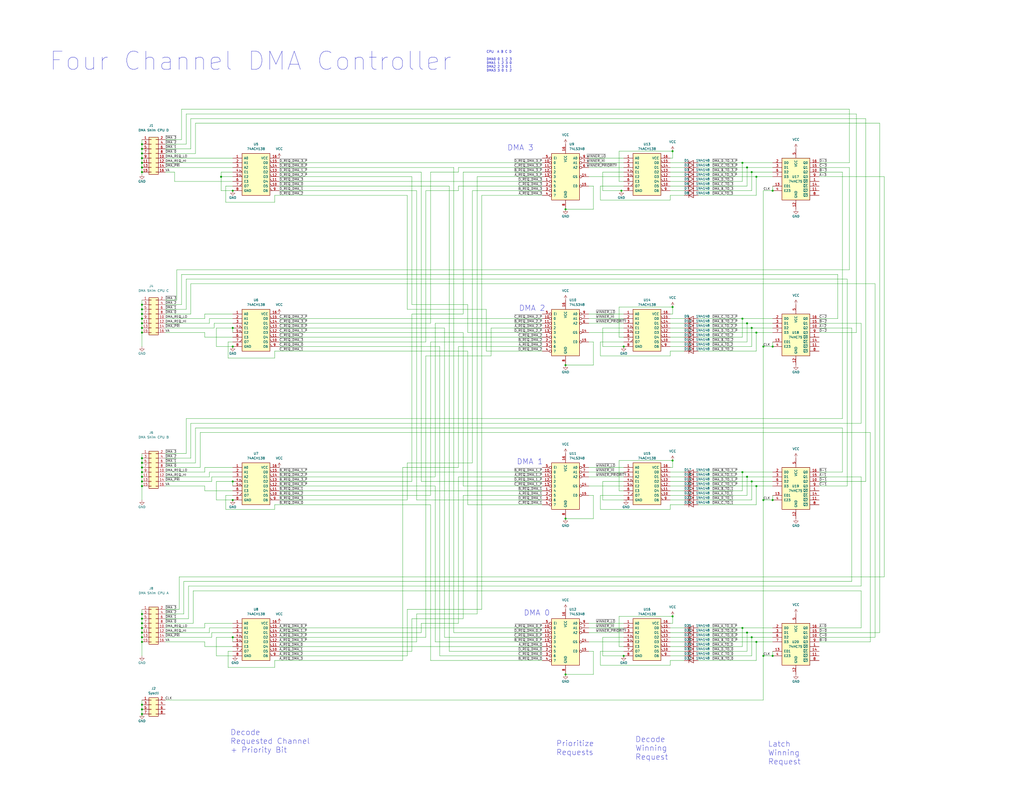
<source format=kicad_sch>
(kicad_sch (version 20230121) (generator eeschema)
  (paper "C")
  (junction (at 77.47 257.81))
  (junction (at 127 262.89))
  (junction (at 77.47 176.53))
  (junction (at 308.61 199.39))
  (junction (at 77.47 337.82))
  (junction (at 416.56 189.23))
  (junction (at 405.13 88.9))
  (junction (at 77.47 83.82))
  (junction (at 410.21 347.98))
  (junction (at 407.67 176.53))
  (junction (at 421.64 104.14))
  (junction (at 77.47 173.99))
  (junction (at 77.47 86.36))
  (junction (at 77.47 345.44))
  (junction (at 127 189.23))
  (junction (at 127 273.05))
  (junction (at 367.03 82.55))
  (junction (at 340.36 358.14))
  (junction (at 77.47 88.9))
  (junction (at 127 179.07))
  (junction (at 410.21 179.07))
  (junction (at 77.47 384.81))
  (junction (at 407.67 91.44))
  (junction (at 77.47 181.61))
  (junction (at 405.13 342.9))
  (junction (at 410.21 93.98))
  (junction (at 120.65 96.52))
  (junction (at 127 347.98))
  (junction (at 77.47 335.28))
  (junction (at 416.56 273.05))
  (junction (at 77.47 81.28))
  (junction (at 77.47 78.74))
  (junction (at 77.47 255.27))
  (junction (at 77.47 166.37))
  (junction (at 367.03 336.55))
  (junction (at 77.47 93.98))
  (junction (at 308.61 283.21))
  (junction (at 77.47 389.89))
  (junction (at 412.75 181.61))
  (junction (at 77.47 171.45))
  (junction (at 77.47 250.19))
  (junction (at 77.47 347.98))
  (junction (at 421.64 358.14))
  (junction (at 77.47 265.43))
  (junction (at 77.47 342.9))
  (junction (at 412.75 265.43))
  (junction (at 127 104.14))
  (junction (at 77.47 168.91))
  (junction (at 340.36 189.23))
  (junction (at 412.75 96.52))
  (junction (at 77.47 91.44))
  (junction (at 410.21 262.89))
  (junction (at 77.47 262.89))
  (junction (at 412.75 350.52))
  (junction (at 308.61 114.3))
  (junction (at 416.56 358.14))
  (junction (at 77.47 350.52))
  (junction (at 405.13 173.99))
  (junction (at 77.47 179.07))
  (junction (at 308.61 368.3))
  (junction (at 367.03 251.46))
  (junction (at 421.64 273.05))
  (junction (at 77.47 252.73))
  (junction (at 405.13 257.81))
  (junction (at 367.03 167.64))
  (junction (at 77.47 387.35))
  (junction (at 407.67 345.44))
  (junction (at 77.47 260.35))
  (junction (at 407.67 260.35))
  (junction (at 77.47 340.36))
  (junction (at 339.09 104.14))
  (junction (at 421.64 189.23))
  (wire (pts (xy 262.89 106.68) (xy 295.91 106.68)))
  (wire (pts (xy 90.17 335.28) (xy 100.33 335.28)))
  (wire (pts (xy 447.04 176.53) (xy 469.9 176.53)))
  (wire (pts (xy 101.6 247.65) (xy 101.6 228.6)))
  (wire (pts (xy 365.76 93.98) (xy 373.38 93.98)))
  (wire (pts (xy 250.19 260.35) (xy 250.19 340.36)))
  (wire (pts (xy 321.31 91.44) (xy 340.36 91.44)))
  (wire (pts (xy 114.3 257.81) (xy 114.3 260.35)))
  (wire (pts (xy 328.93 273.05) (xy 340.36 273.05)))
  (wire (pts (xy 416.56 189.23) (xy 416.56 104.14)))
  (wire (pts (xy 464.82 317.5) (xy 464.82 179.07)))
  (wire (pts (xy 405.13 353.06) (xy 405.13 342.9)))
  (wire (pts (xy 127 342.9) (xy 114.3 342.9)))
  (wire (pts (xy 234.95 176.53) (xy 234.95 93.98)))
  (wire (pts (xy 321.31 88.9) (xy 340.36 88.9)))
  (wire (pts (xy 229.87 340.36) (xy 229.87 345.44)))
  (wire (pts (xy 95.25 93.98) (xy 95.25 99.06)))
  (wire (pts (xy 340.36 355.6) (xy 327.66 355.6)))
  (wire (pts (xy 365.76 106.68) (xy 365.76 109.22)))
  (wire (pts (xy 447.04 91.44) (xy 463.55 91.44)))
  (wire (pts (xy 77.47 335.28) (xy 77.47 337.82)))
  (wire (pts (xy 111.76 257.81) (xy 111.76 255.27)))
  (wire (pts (xy 252.73 265.43) (xy 295.91 265.43)))
  (wire (pts (xy 77.47 262.89) (xy 77.47 265.43)))
  (wire (pts (xy 234.95 186.69) (xy 295.91 186.69)))
  (wire (pts (xy 77.47 247.65) (xy 77.47 250.19)))
  (wire (pts (xy 77.47 83.82) (xy 77.47 86.36)))
  (wire (pts (xy 323.85 186.69) (xy 323.85 199.39)))
  (wire (pts (xy 337.82 267.97) (xy 337.82 251.46)))
  (wire (pts (xy 118.11 262.89) (xy 118.11 273.05)))
  (wire (pts (xy 328.93 189.23) (xy 340.36 189.23)))
  (wire (pts (xy 381 106.68) (xy 412.75 106.68)))
  (wire (pts (xy 381 350.52) (xy 412.75 350.52)))
  (wire (pts (xy 323.85 270.51) (xy 323.85 283.21)))
  (wire (pts (xy 367.03 255.27) (xy 365.76 255.27)))
  (wire (pts (xy 97.79 332.74) (xy 97.79 314.96)))
  (wire (pts (xy 327.66 355.6) (xy 327.66 363.22)))
  (wire (pts (xy 412.75 96.52) (xy 421.64 96.52)))
  (wire (pts (xy 152.4 88.9) (xy 295.91 88.9)))
  (wire (pts (xy 365.76 353.06) (xy 373.38 353.06)))
  (wire (pts (xy 323.85 114.3) (xy 308.61 114.3)))
  (wire (pts (xy 463.55 88.9) (xy 463.55 59.69)))
  (wire (pts (xy 459.74 93.98) (xy 447.04 93.98)))
  (wire (pts (xy 77.47 81.28) (xy 77.47 83.82)))
  (wire (pts (xy 447.04 342.9) (xy 469.9 342.9)))
  (wire (pts (xy 102.87 337.82) (xy 90.17 337.82)))
  (wire (pts (xy 152.4 350.52) (xy 227.33 350.52)))
  (wire (pts (xy 365.76 342.9) (xy 373.38 342.9)))
  (wire (pts (xy 327.66 278.13) (xy 365.76 278.13)))
  (wire (pts (xy 381 360.68) (xy 412.75 360.68)))
  (wire (pts (xy 152.4 273.05) (xy 222.25 273.05)))
  (wire (pts (xy 114.3 342.9) (xy 114.3 345.44)))
  (wire (pts (xy 123.19 270.51) (xy 127 270.51)))
  (wire (pts (xy 222.25 332.74) (xy 262.89 332.74)))
  (wire (pts (xy 114.3 345.44) (xy 90.17 345.44)))
  (wire (pts (xy 152.4 104.14) (xy 227.33 104.14)))
  (wire (pts (xy 237.49 350.52) (xy 295.91 350.52)))
  (wire (pts (xy 323.85 368.3) (xy 308.61 368.3)))
  (wire (pts (xy 340.36 101.6) (xy 327.66 101.6)))
  (wire (pts (xy 340.36 179.07) (xy 328.93 179.07)))
  (wire (pts (xy 77.47 78.74) (xy 77.47 81.28)))
  (wire (pts (xy 77.47 345.44) (xy 77.47 347.98)))
  (wire (pts (xy 252.73 337.82) (xy 252.73 270.51)))
  (wire (pts (xy 152.4 189.23) (xy 240.03 189.23)))
  (wire (pts (xy 111.76 181.61) (xy 90.17 181.61)))
  (wire (pts (xy 115.57 345.44) (xy 127 345.44)))
  (wire (pts (xy 127 179.07) (xy 127 181.61)))
  (wire (pts (xy 124.46 364.49) (xy 149.86 364.49)))
  (wire (pts (xy 412.75 191.77) (xy 412.75 181.61)))
  (wire (pts (xy 367.03 82.55) (xy 367.03 86.36)))
  (wire (pts (xy 321.31 255.27) (xy 340.36 255.27)))
  (wire (pts (xy 381 353.06) (xy 405.13 353.06)))
  (wire (pts (xy 365.76 186.69) (xy 373.38 186.69)))
  (wire (pts (xy 152.4 262.89) (xy 224.79 262.89)))
  (wire (pts (xy 480.06 67.31) (xy 106.68 67.31)))
  (wire (pts (xy 90.17 163.83) (xy 96.52 163.83)))
  (wire (pts (xy 99.06 59.69) (xy 463.55 59.69)))
  (wire (pts (xy 405.13 99.06) (xy 405.13 88.9)))
  (wire (pts (xy 227.33 335.28) (xy 260.35 335.28)))
  (wire (pts (xy 124.46 355.6) (xy 124.46 364.49)))
  (wire (pts (xy 416.56 104.14) (xy 421.64 104.14)))
  (wire (pts (xy 381 96.52) (xy 412.75 96.52)))
  (wire (pts (xy 245.11 101.6) (xy 245.11 355.6)))
  (wire (pts (xy 90.17 88.9) (xy 127 88.9)))
  (wire (pts (xy 104.14 64.77) (xy 104.14 81.28)))
  (wire (pts (xy 410.21 104.14) (xy 410.21 93.98)))
  (wire (pts (xy 101.6 228.6) (xy 459.74 228.6)))
  (wire (pts (xy 327.66 363.22) (xy 365.76 363.22)))
  (wire (pts (xy 447.04 88.9) (xy 463.55 88.9)))
  (wire (pts (xy 237.49 265.43) (xy 237.49 350.52)))
  (wire (pts (xy 114.3 173.99) (xy 114.3 176.53)))
  (wire (pts (xy 410.21 179.07) (xy 421.64 179.07)))
  (wire (pts (xy 367.03 340.36) (xy 365.76 340.36)))
  (wire (pts (xy 381 184.15) (xy 405.13 184.15)))
  (wire (pts (xy 328.93 347.98) (xy 328.93 358.14)))
  (wire (pts (xy 97.79 314.96) (xy 482.6 314.96)))
  (wire (pts (xy 472.44 64.77) (xy 472.44 262.89)))
  (wire (pts (xy 234.95 93.98) (xy 250.19 93.98)))
  (wire (pts (xy 337.82 99.06) (xy 337.82 82.55)))
  (wire (pts (xy 149.86 195.58) (xy 149.86 191.77)))
  (wire (pts (xy 90.17 81.28) (xy 104.14 81.28)))
  (wire (pts (xy 365.76 267.97) (xy 373.38 267.97)))
  (wire (pts (xy 242.57 179.07) (xy 242.57 347.98)))
  (wire (pts (xy 77.47 181.61) (xy 77.47 189.23)))
  (wire (pts (xy 90.17 83.82) (xy 106.68 83.82)))
  (wire (pts (xy 474.98 236.22) (xy 109.22 236.22)))
  (wire (pts (xy 77.47 176.53) (xy 77.47 179.07)))
  (wire (pts (xy 77.47 389.89) (xy 77.47 391.16)))
  (wire (pts (xy 381 257.81) (xy 405.13 257.81)))
  (wire (pts (xy 365.76 360.68) (xy 365.76 363.22)))
  (wire (pts (xy 327.66 186.69) (xy 327.66 194.31)))
  (wire (pts (xy 339.09 104.14) (xy 340.36 104.14)))
  (wire (pts (xy 480.06 345.44) (xy 480.06 67.31)))
  (wire (pts (xy 407.67 186.69) (xy 407.67 176.53)))
  (wire (pts (xy 477.52 154.94) (xy 104.14 154.94)))
  (wire (pts (xy 295.91 104.14) (xy 257.81 104.14)))
  (wire (pts (xy 111.76 340.36) (xy 127 340.36)))
  (wire (pts (xy 111.76 350.52) (xy 111.76 353.06)))
  (wire (pts (xy 416.56 273.05) (xy 421.64 273.05)))
  (wire (pts (xy 90.17 342.9) (xy 111.76 342.9)))
  (wire (pts (xy 123.19 101.6) (xy 127 101.6)))
  (wire (pts (xy 367.03 171.45) (xy 365.76 171.45)))
  (wire (pts (xy 381 176.53) (xy 407.67 176.53)))
  (wire (pts (xy 457.2 149.86) (xy 457.2 173.99)))
  (wire (pts (xy 127 347.98) (xy 118.11 347.98)))
  (wire (pts (xy 365.76 260.35) (xy 373.38 260.35)))
  (wire (pts (xy 321.31 265.43) (xy 340.36 265.43)))
  (wire (pts (xy 365.76 99.06) (xy 373.38 99.06)))
  (wire (pts (xy 340.36 186.69) (xy 327.66 186.69)))
  (wire (pts (xy 412.75 106.68) (xy 412.75 96.52)))
  (wire (pts (xy 447.04 262.89) (xy 472.44 262.89)))
  (wire (pts (xy 115.57 262.89) (xy 90.17 262.89)))
  (wire (pts (xy 405.13 184.15) (xy 405.13 173.99)))
  (wire (pts (xy 337.82 353.06) (xy 337.82 336.55)))
  (wire (pts (xy 337.82 336.55) (xy 367.03 336.55)))
  (wire (pts (xy 115.57 260.35) (xy 115.57 262.89)))
  (wire (pts (xy 381 104.14) (xy 410.21 104.14)))
  (wire (pts (xy 365.76 189.23) (xy 373.38 189.23)))
  (wire (pts (xy 407.67 345.44) (xy 421.64 345.44)))
  (wire (pts (xy 323.85 355.6) (xy 323.85 368.3)))
  (wire (pts (xy 365.76 347.98) (xy 373.38 347.98)))
  (wire (pts (xy 337.82 184.15) (xy 337.82 167.64)))
  (wire (pts (xy 124.46 355.6) (xy 127 355.6)))
  (wire (pts (xy 459.74 233.68) (xy 459.74 257.81)))
  (wire (pts (xy 224.79 166.37) (xy 255.27 166.37)))
  (wire (pts (xy 367.03 336.55) (xy 367.03 340.36)))
  (wire (pts (xy 127 173.99) (xy 114.3 173.99)))
  (wire (pts (xy 295.91 189.23) (xy 250.19 189.23)))
  (wire (pts (xy 381 273.05) (xy 410.21 273.05)))
  (wire (pts (xy 118.11 179.07) (xy 118.11 189.23)))
  (wire (pts (xy 240.03 189.23) (xy 240.03 358.14)))
  (wire (pts (xy 77.47 265.43) (xy 77.47 273.05)))
  (wire (pts (xy 416.56 358.14) (xy 421.64 358.14)))
  (wire (pts (xy 114.3 176.53) (xy 90.17 176.53)))
  (wire (pts (xy 447.04 265.43) (xy 462.28 265.43)))
  (wire (pts (xy 381 267.97) (xy 405.13 267.97)))
  (wire (pts (xy 412.75 360.68) (xy 412.75 350.52)))
  (wire (pts (xy 219.71 255.27) (xy 219.71 360.68)))
  (wire (pts (xy 405.13 88.9) (xy 421.64 88.9)))
  (wire (pts (xy 421.64 273.05) (xy 421.64 270.51)))
  (wire (pts (xy 365.76 191.77) (xy 365.76 194.31)))
  (wire (pts (xy 321.31 257.81) (xy 340.36 257.81)))
  (wire (pts (xy 367.03 167.64) (xy 367.03 171.45)))
  (wire (pts (xy 340.36 184.15) (xy 337.82 184.15)))
  (wire (pts (xy 123.19 270.51) (xy 123.19 278.13)))
  (wire (pts (xy 149.86 278.13) (xy 149.86 275.59)))
  (wire (pts (xy 474.98 350.52) (xy 474.98 236.22)))
  (wire (pts (xy 381 270.51) (xy 407.67 270.51)))
  (wire (pts (xy 90.17 86.36) (xy 127 86.36)))
  (wire (pts (xy 321.31 101.6) (xy 323.85 101.6)))
  (wire (pts (xy 77.47 350.52) (xy 77.47 358.14)))
  (wire (pts (xy 407.67 355.6) (xy 407.67 345.44)))
  (wire (pts (xy 255.27 181.61) (xy 295.91 181.61)))
  (wire (pts (xy 323.85 101.6) (xy 323.85 114.3)))
  (wire (pts (xy 321.31 181.61) (xy 340.36 181.61)))
  (wire (pts (xy 115.57 347.98) (xy 90.17 347.98)))
  (wire (pts (xy 321.31 342.9) (xy 340.36 342.9)))
  (wire (pts (xy 111.76 255.27) (xy 127 255.27)))
  (wire (pts (xy 106.68 233.68) (xy 106.68 252.73)))
  (wire (pts (xy 381 191.77) (xy 412.75 191.77)))
  (wire (pts (xy 265.43 168.91) (xy 265.43 191.77)))
  (wire (pts (xy 407.67 91.44) (xy 421.64 91.44)))
  (wire (pts (xy 482.6 96.52) (xy 447.04 96.52)))
  (wire (pts (xy 240.03 358.14) (xy 295.91 358.14)))
  (wire (pts (xy 410.21 93.98) (xy 421.64 93.98)))
  (wire (pts (xy 365.76 275.59) (xy 373.38 275.59)))
  (wire (pts (xy 365.76 358.14) (xy 373.38 358.14)))
  (wire (pts (xy 118.11 273.05) (xy 127 273.05)))
  (wire (pts (xy 152.4 179.07) (xy 242.57 179.07)))
  (wire (pts (xy 149.86 106.68) (xy 222.25 106.68)))
  (wire (pts (xy 407.67 176.53) (xy 421.64 176.53)))
  (wire (pts (xy 340.36 99.06) (xy 337.82 99.06)))
  (wire (pts (xy 90.17 247.65) (xy 101.6 247.65)))
  (wire (pts (xy 118.11 347.98) (xy 118.11 358.14)))
  (wire (pts (xy 265.43 191.77) (xy 295.91 191.77)))
  (wire (pts (xy 123.19 101.6) (xy 123.19 110.49)))
  (wire (pts (xy 111.76 350.52) (xy 90.17 350.52)))
  (wire (pts (xy 328.93 93.98) (xy 328.93 104.14)))
  (wire (pts (xy 152.4 347.98) (xy 232.41 347.98)))
  (wire (pts (xy 405.13 173.99) (xy 421.64 173.99)))
  (wire (pts (xy 250.19 104.14) (xy 250.19 101.6)))
  (wire (pts (xy 229.87 93.98) (xy 229.87 262.89)))
  (wire (pts (xy 469.9 320.04) (xy 102.87 320.04)))
  (wire (pts (xy 90.17 168.91) (xy 101.6 168.91)))
  (wire (pts (xy 340.36 353.06) (xy 337.82 353.06)))
  (wire (pts (xy 224.79 262.89) (xy 224.79 171.45)))
  (wire (pts (xy 229.87 262.89) (xy 295.91 262.89)))
  (wire (pts (xy 222.25 168.91) (xy 265.43 168.91)))
  (wire (pts (xy 337.82 251.46) (xy 367.03 251.46)))
  (wire (pts (xy 260.35 335.28) (xy 260.35 96.52)))
  (wire (pts (xy 381 358.14) (xy 410.21 358.14)))
  (wire (pts (xy 321.31 345.44) (xy 340.36 345.44)))
  (wire (pts (xy 365.76 88.9) (xy 373.38 88.9)))
  (wire (pts (xy 250.19 91.44) (xy 295.91 91.44)))
  (wire (pts (xy 321.31 171.45) (xy 340.36 171.45)))
  (wire (pts (xy 77.47 88.9) (xy 77.47 91.44)))
  (wire (pts (xy 381 181.61) (xy 412.75 181.61)))
  (wire (pts (xy 90.17 382.27) (xy 416.56 382.27)))
  (wire (pts (xy 405.13 267.97) (xy 405.13 257.81)))
  (wire (pts (xy 365.76 96.52) (xy 373.38 96.52)))
  (wire (pts (xy 149.86 275.59) (xy 234.95 275.59)))
  (wire (pts (xy 365.76 101.6) (xy 373.38 101.6)))
  (wire (pts (xy 416.56 358.14) (xy 416.56 382.27)))
  (wire (pts (xy 77.47 173.99) (xy 77.47 176.53)))
  (wire (pts (xy 111.76 265.43) (xy 111.76 267.97)))
  (wire (pts (xy 77.47 168.91) (xy 77.47 171.45)))
  (wire (pts (xy 410.21 347.98) (xy 421.64 347.98)))
  (wire (pts (xy 234.95 270.51) (xy 234.95 186.69)))
  (wire (pts (xy 469.9 176.53) (xy 469.9 231.14)))
  (wire (pts (xy 321.31 260.35) (xy 340.36 260.35)))
  (wire (pts (xy 381 99.06) (xy 405.13 99.06)))
  (wire (pts (xy 255.27 275.59) (xy 255.27 191.77)))
  (wire (pts (xy 149.86 110.49) (xy 149.86 106.68)))
  (wire (pts (xy 447.04 257.81) (xy 459.74 257.81)))
  (wire (pts (xy 337.82 82.55) (xy 367.03 82.55)))
  (wire (pts (xy 412.75 181.61) (xy 421.64 181.61)))
  (wire (pts (xy 104.14 231.14) (xy 104.14 250.19)))
  (wire (pts (xy 77.47 171.45) (xy 77.47 173.99)))
  (wire (pts (xy 111.76 342.9) (xy 111.76 340.36)))
  (wire (pts (xy 412.75 350.52) (xy 421.64 350.52)))
  (wire (pts (xy 245.11 355.6) (xy 295.91 355.6)))
  (wire (pts (xy 104.14 64.77) (xy 472.44 64.77)))
  (wire (pts (xy 152.4 173.99) (xy 295.91 173.99)))
  (wire (pts (xy 321.31 355.6) (xy 323.85 355.6)))
  (wire (pts (xy 104.14 250.19) (xy 90.17 250.19)))
  (wire (pts (xy 111.76 184.15) (xy 127 184.15)))
  (wire (pts (xy 90.17 76.2) (xy 99.06 76.2)))
  (wire (pts (xy 227.33 104.14) (xy 227.33 273.05)))
  (wire (pts (xy 149.86 364.49) (xy 149.86 360.68)))
  (wire (pts (xy 127 262.89) (xy 127 265.43)))
  (wire (pts (xy 381 91.44) (xy 407.67 91.44)))
  (wire (pts (xy 224.79 171.45) (xy 252.73 171.45)))
  (wire (pts (xy 109.22 255.27) (xy 90.17 255.27)))
  (wire (pts (xy 152.4 181.61) (xy 252.73 181.61)))
  (wire (pts (xy 267.97 194.31) (xy 267.97 179.07)))
  (wire (pts (xy 116.84 179.07) (xy 90.17 179.07)))
  (wire (pts (xy 224.79 337.82) (xy 252.73 337.82)))
  (wire (pts (xy 328.93 104.14) (xy 339.09 104.14)))
  (wire (pts (xy 381 179.07) (xy 410.21 179.07)))
  (wire (pts (xy 152.4 186.69) (xy 232.41 186.69)))
  (wire (pts (xy 321.31 96.52) (xy 340.36 96.52)))
  (wire (pts (xy 327.66 270.51) (xy 327.66 278.13)))
  (wire (pts (xy 365.76 360.68) (xy 373.38 360.68)))
  (wire (pts (xy 469.9 322.58) (xy 469.9 342.9)))
  (wire (pts (xy 237.49 260.35) (xy 237.49 176.53)))
  (wire (pts (xy 77.47 260.35) (xy 77.47 262.89)))
  (wire (pts (xy 421.64 358.14) (xy 421.64 355.6)))
  (wire (pts (xy 227.33 335.28) (xy 227.33 350.52)))
  (wire (pts (xy 106.68 252.73) (xy 90.17 252.73)))
  (wire (pts (xy 77.47 163.83) (xy 77.47 166.37)))
  (wire (pts (xy 77.47 257.81) (xy 77.47 260.35)))
  (wire (pts (xy 365.76 184.15) (xy 373.38 184.15)))
  (wire (pts (xy 152.4 257.81) (xy 295.91 257.81)))
  (wire (pts (xy 250.19 101.6) (xy 295.91 101.6)))
  (wire (pts (xy 457.2 173.99) (xy 447.04 173.99)))
  (wire (pts (xy 262.89 106.68) (xy 262.89 332.74)))
  (wire (pts (xy 237.49 176.53) (xy 295.91 176.53)))
  (wire (pts (xy 152.4 342.9) (xy 295.91 342.9)))
  (wire (pts (xy 77.47 337.82) (xy 77.47 340.36)))
  (wire (pts (xy 124.46 195.58) (xy 149.86 195.58)))
  (wire (pts (xy 323.85 283.21) (xy 308.61 283.21)))
  (wire (pts (xy 127 257.81) (xy 114.3 257.81)))
  (wire (pts (xy 381 101.6) (xy 407.67 101.6)))
  (wire (pts (xy 321.31 86.36) (xy 340.36 86.36)))
  (wire (pts (xy 247.65 91.44) (xy 247.65 345.44)))
  (wire (pts (xy 116.84 176.53) (xy 127 176.53)))
  (wire (pts (xy 106.68 233.68) (xy 459.74 233.68)))
  (wire (pts (xy 109.22 236.22) (xy 109.22 255.27)))
  (wire (pts (xy 152.4 101.6) (xy 245.11 101.6)))
  (wire (pts (xy 111.76 265.43) (xy 90.17 265.43)))
  (wire (pts (xy 127 347.98) (xy 127 350.52)))
  (wire (pts (xy 152.4 91.44) (xy 247.65 91.44)))
  (wire (pts (xy 340.36 262.89) (xy 328.93 262.89)))
  (wire (pts (xy 96.52 163.83) (xy 96.52 147.32)))
  (wire (pts (xy 365.76 355.6) (xy 373.38 355.6)))
  (wire (pts (xy 90.17 173.99) (xy 111.76 173.99)))
  (wire (pts (xy 90.17 257.81) (xy 111.76 257.81)))
  (wire (pts (xy 447.04 260.35) (xy 469.9 260.35)))
  (wire (pts (xy 252.73 93.98) (xy 295.91 93.98)))
  (wire (pts (xy 381 265.43) (xy 412.75 265.43)))
  (wire (pts (xy 381 93.98) (xy 410.21 93.98)))
  (wire (pts (xy 152.4 99.06) (xy 295.91 99.06)))
  (wire (pts (xy 407.67 260.35) (xy 421.64 260.35)))
  (wire (pts (xy 462.28 265.43) (xy 462.28 152.4)))
  (wire (pts (xy 367.03 251.46) (xy 367.03 255.27)))
  (wire (pts (xy 381 275.59) (xy 412.75 275.59)))
  (wire (pts (xy 222.25 358.14) (xy 152.4 358.14)))
  (wire (pts (xy 99.06 149.86) (xy 99.06 166.37)))
  (wire (pts (xy 232.41 104.14) (xy 250.19 104.14)))
  (wire (pts (xy 407.67 101.6) (xy 407.67 91.44)))
  (wire (pts (xy 321.31 173.99) (xy 340.36 173.99)))
  (wire (pts (xy 252.73 93.98) (xy 252.73 171.45)))
  (wire (pts (xy 152.4 267.97) (xy 295.91 267.97)))
  (wire (pts (xy 100.33 317.5) (xy 464.82 317.5)))
  (wire (pts (xy 111.76 353.06) (xy 127 353.06)))
  (wire (pts (xy 410.21 262.89) (xy 421.64 262.89)))
  (wire (pts (xy 257.81 104.14) (xy 257.81 252.73)))
  (wire (pts (xy 252.73 270.51) (xy 295.91 270.51)))
  (wire (pts (xy 410.21 273.05) (xy 410.21 262.89)))
  (wire (pts (xy 250.19 340.36) (xy 229.87 340.36)))
  (wire (pts (xy 340.36 270.51) (xy 327.66 270.51)))
  (wire (pts (xy 365.76 179.07) (xy 373.38 179.07)))
  (wire (pts (xy 224.79 96.52) (xy 224.79 166.37)))
  (wire (pts (xy 152.4 176.53) (xy 234.95 176.53)))
  (wire (pts (xy 120.65 96.52) (xy 120.65 104.14)))
  (wire (pts (xy 381 347.98) (xy 410.21 347.98)))
  (wire (pts (xy 365.76 106.68) (xy 373.38 106.68)))
  (wire (pts (xy 321.31 270.51) (xy 323.85 270.51)))
  (wire (pts (xy 328.93 262.89) (xy 328.93 273.05)))
  (wire (pts (xy 77.47 179.07) (xy 77.47 181.61)))
  (wire (pts (xy 114.3 260.35) (xy 90.17 260.35)))
  (wire (pts (xy 77.47 382.27) (xy 77.47 384.81)))
  (wire (pts (xy 381 355.6) (xy 407.67 355.6)))
  (wire (pts (xy 459.74 228.6) (xy 459.74 93.98)))
  (wire (pts (xy 77.47 252.73) (xy 77.47 255.27)))
  (wire (pts (xy 232.41 347.98) (xy 232.41 194.31)))
  (wire (pts (xy 232.41 194.31) (xy 267.97 194.31)))
  (wire (pts (xy 405.13 257.81) (xy 421.64 257.81)))
  (wire (pts (xy 321.31 186.69) (xy 323.85 186.69)))
  (wire (pts (xy 96.52 147.32) (xy 463.55 147.32)))
  (wire (pts (xy 229.87 345.44) (xy 152.4 345.44)))
  (wire (pts (xy 447.04 347.98) (xy 477.52 347.98)))
  (wire (pts (xy 447.04 181.61) (xy 467.36 181.61)))
  (wire (pts (xy 340.36 93.98) (xy 328.93 93.98)))
  (wire (pts (xy 295.91 275.59) (xy 255.27 275.59)))
  (wire (pts (xy 124.46 186.69) (xy 127 186.69)))
  (wire (pts (xy 365.76 275.59) (xy 365.76 278.13)))
  (wire (pts (xy 405.13 342.9) (xy 421.64 342.9)))
  (wire (pts (xy 381 260.35) (xy 407.67 260.35)))
  (wire (pts (xy 365.76 173.99) (xy 373.38 173.99)))
  (wire (pts (xy 477.52 347.98) (xy 477.52 154.94)))
  (wire (pts (xy 120.65 93.98) (xy 120.65 96.52)))
  (wire (pts (xy 111.76 267.97) (xy 127 267.97)))
  (wire (pts (xy 222.25 358.14) (xy 222.25 332.74)))
  (wire (pts (xy 321.31 340.36) (xy 340.36 340.36)))
  (wire (pts (xy 105.41 340.36) (xy 90.17 340.36)))
  (wire (pts (xy 149.86 191.77) (xy 255.27 191.77)))
  (wire (pts (xy 365.76 104.14) (xy 373.38 104.14)))
  (wire (pts (xy 77.47 255.27) (xy 77.47 257.81)))
  (wire (pts (xy 105.41 322.58) (xy 105.41 340.36)))
  (wire (pts (xy 365.76 345.44) (xy 373.38 345.44)))
  (wire (pts (xy 365.76 181.61) (xy 373.38 181.61)))
  (wire (pts (xy 101.6 152.4) (xy 462.28 152.4)))
  (wire (pts (xy 118.11 358.14) (xy 127 358.14)))
  (wire (pts (xy 102.87 320.04) (xy 102.87 337.82)))
  (wire (pts (xy 463.55 91.44) (xy 463.55 147.32)))
  (wire (pts (xy 327.66 109.22) (xy 365.76 109.22)))
  (wire (pts (xy 90.17 91.44) (xy 127 91.44)))
  (wire (pts (xy 365.76 262.89) (xy 373.38 262.89)))
  (wire (pts (xy 250.19 189.23) (xy 250.19 255.27)))
  (wire (pts (xy 365.76 350.52) (xy 373.38 350.52)))
  (wire (pts (xy 412.75 275.59) (xy 412.75 265.43)))
  (wire (pts (xy 321.31 350.52) (xy 340.36 350.52)))
  (wire (pts (xy 77.47 387.35) (xy 77.47 389.89)))
  (wire (pts (xy 105.41 322.58) (xy 469.9 322.58)))
  (wire (pts (xy 100.33 335.28) (xy 100.33 317.5)))
  (wire (pts (xy 416.56 189.23) (xy 416.56 273.05)))
  (wire (pts (xy 124.46 186.69) (xy 124.46 195.58)))
  (wire (pts (xy 337.82 167.64) (xy 367.03 167.64)))
  (wire (pts (xy 365.76 270.51) (xy 373.38 270.51)))
  (wire (pts (xy 101.6 62.23) (xy 467.36 62.23)))
  (wire (pts (xy 115.57 345.44) (xy 115.57 347.98)))
  (wire (pts (xy 127 262.89) (xy 118.11 262.89)))
  (wire (pts (xy 469.9 231.14) (xy 104.14 231.14)))
  (wire (pts (xy 321.31 176.53) (xy 340.36 176.53)))
  (wire (pts (xy 152.4 355.6) (xy 224.79 355.6)))
  (wire (pts (xy 447.04 350.52) (xy 474.98 350.52)))
  (wire (pts (xy 416.56 273.05) (xy 416.56 358.14)))
  (wire (pts (xy 111.76 171.45) (xy 127 171.45)))
  (wire (pts (xy 77.47 347.98) (xy 77.47 350.52)))
  (wire (pts (xy 365.76 273.05) (xy 373.38 273.05)))
  (wire (pts (xy 327.66 101.6) (xy 327.66 109.22)))
  (wire (pts (xy 127 93.98) (xy 120.65 93.98)))
  (wire (pts (xy 152.4 260.35) (xy 237.49 260.35)))
  (wire (pts (xy 234.95 275.59) (xy 234.95 360.68)))
  (wire (pts (xy 152.4 96.52) (xy 224.79 96.52)))
  (wire (pts (xy 118.11 189.23) (xy 127 189.23)))
  (wire (pts (xy 152.4 184.15) (xy 295.91 184.15)))
  (wire (pts (xy 222.25 168.91) (xy 222.25 106.68)))
  (wire (pts (xy 99.06 149.86) (xy 457.2 149.86)))
  (wire (pts (xy 447.04 179.07) (xy 464.82 179.07)))
  (wire (pts (xy 247.65 345.44) (xy 295.91 345.44)))
  (wire (pts (xy 381 189.23) (xy 410.21 189.23)))
  (wire (pts (xy 111.76 173.99) (xy 111.76 171.45)))
  (wire (pts (xy 267.97 179.07) (xy 295.91 179.07)))
  (wire (pts (xy 222.25 252.73) (xy 222.25 273.05)))
  (wire (pts (xy 123.19 110.49) (xy 149.86 110.49)))
  (wire (pts (xy 467.36 62.23) (xy 467.36 181.61)))
  (wire (pts (xy 250.19 93.98) (xy 250.19 91.44)))
  (wire (pts (xy 381 345.44) (xy 407.67 345.44)))
  (wire (pts (xy 115.57 260.35) (xy 127 260.35)))
  (wire (pts (xy 90.17 332.74) (xy 97.79 332.74)))
  (wire (pts (xy 120.65 104.14) (xy 127 104.14)))
  (wire (pts (xy 90.17 166.37) (xy 99.06 166.37)))
  (wire (pts (xy 328.93 358.14) (xy 340.36 358.14)))
  (wire (pts (xy 90.17 78.74) (xy 101.6 78.74)))
  (wire (pts (xy 234.95 360.68) (xy 295.91 360.68)))
  (wire (pts (xy 242.57 347.98) (xy 295.91 347.98)))
  (wire (pts (xy 365.76 91.44) (xy 373.38 91.44)))
  (wire (pts (xy 340.36 347.98) (xy 328.93 347.98)))
  (wire (pts (xy 77.47 76.2) (xy 77.47 78.74)))
  (wire (pts (xy 308.61 199.39) (xy 323.85 199.39)))
  (wire (pts (xy 104.14 154.94) (xy 104.14 171.45)))
  (wire (pts (xy 447.04 345.44) (xy 480.06 345.44)))
  (wire (pts (xy 95.25 99.06) (xy 127 99.06)))
  (wire (pts (xy 106.68 67.31) (xy 106.68 83.82)))
  (wire (pts (xy 421.64 104.14) (xy 421.64 101.6)))
  (wire (pts (xy 111.76 181.61) (xy 111.76 184.15)))
  (wire (pts (xy 232.41 186.69) (xy 232.41 104.14)))
  (wire (pts (xy 77.47 91.44) (xy 77.47 93.98)))
  (wire (pts (xy 123.19 278.13) (xy 149.86 278.13)))
  (wire (pts (xy 127 96.52) (xy 120.65 96.52)))
  (wire (pts (xy 77.47 166.37) (xy 77.47 168.91)))
  (wire (pts (xy 250.19 255.27) (xy 219.71 255.27)))
  (wire (pts (xy 77.47 332.74) (xy 77.47 335.28)))
  (wire (pts (xy 104.14 171.45) (xy 90.17 171.45)))
  (wire (pts (xy 77.47 384.81) (xy 77.47 387.35)))
  (wire (pts (xy 152.4 93.98) (xy 229.87 93.98)))
  (wire (pts (xy 227.33 273.05) (xy 295.91 273.05)))
  (wire (pts (xy 77.47 342.9) (xy 77.47 345.44)))
  (wire (pts (xy 367.03 86.36) (xy 365.76 86.36)))
  (wire (pts (xy 381 88.9) (xy 405.13 88.9)))
  (wire (pts (xy 116.84 176.53) (xy 116.84 179.07)))
  (wire (pts (xy 127 179.07) (xy 118.11 179.07)))
  (wire (pts (xy 77.47 86.36) (xy 77.47 88.9)))
  (wire (pts (xy 381 186.69) (xy 407.67 186.69)))
  (wire (pts (xy 410.21 358.14) (xy 410.21 347.98)))
  (wire (pts (xy 152.4 265.43) (xy 237.49 265.43)))
  (wire (pts (xy 412.75 265.43) (xy 421.64 265.43)))
  (wire (pts (xy 410.21 189.23) (xy 410.21 179.07)))
  (wire (pts (xy 224.79 355.6) (xy 224.79 337.82)))
  (wire (pts (xy 101.6 78.74) (xy 101.6 62.23)))
  (wire (pts (xy 77.47 250.19) (xy 77.47 252.73)))
  (wire (pts (xy 381 262.89) (xy 410.21 262.89)))
  (wire (pts (xy 328.93 179.07) (xy 328.93 189.23)))
  (wire (pts (xy 340.36 267.97) (xy 337.82 267.97)))
  (wire (pts (xy 469.9 260.35) (xy 469.9 320.04)))
  (wire (pts (xy 149.86 360.68) (xy 219.71 360.68)))
  (wire (pts (xy 95.25 93.98) (xy 90.17 93.98)))
  (wire (pts (xy 260.35 96.52) (xy 295.91 96.52)))
  (wire (pts (xy 365.76 191.77) (xy 373.38 191.77)))
  (wire (pts (xy 482.6 314.96) (xy 482.6 96.52)))
  (wire (pts (xy 101.6 152.4) (xy 101.6 168.91)))
  (wire (pts (xy 365.76 176.53) (xy 373.38 176.53)))
  (wire (pts (xy 99.06 59.69) (xy 99.06 76.2)))
  (wire (pts (xy 295.91 260.35) (xy 250.19 260.35)))
  (wire (pts (xy 365.76 257.81) (xy 373.38 257.81)))
  (wire (pts (xy 252.73 181.61) (xy 252.73 265.43)))
  (wire (pts (xy 77.47 340.36) (xy 77.47 342.9)))
  (wire (pts (xy 381 342.9) (xy 405.13 342.9)))
  (wire (pts (xy 407.67 270.51) (xy 407.67 260.35)))
  (wire (pts (xy 365.76 265.43) (xy 373.38 265.43)))
  (wire (pts (xy 421.64 189.23) (xy 421.64 186.69)))
  (wire (pts (xy 327.66 194.31) (xy 365.76 194.31)))
  (wire (pts (xy 416.56 189.23) (xy 421.64 189.23)))
  (wire (pts (xy 255.27 166.37) (xy 255.27 181.61)))
  (wire (pts (xy 77.47 93.98) (xy 77.47 95.25)))
  (wire (pts (xy 152.4 270.51) (xy 234.95 270.51)))
  (wire (pts (xy 152.4 353.06) (xy 295.91 353.06)))
  (wire (pts (xy 381 173.99) (xy 405.13 173.99)))
  (wire (pts (xy 257.81 252.73) (xy 222.25 252.73)))
  (text "CPU  A B C D\n\nDMA0 0 1 2 3\nDMA1 1 2 3 0\nDMA2 2 3 0 1\nDMA3 3 0 1 2\n" (at 265.43 39.37 0) (effects (font (size 1.27 1.27)) (justify left bottom)))
  (text "Latch\nWinning\nRequest" (at 419.1 417.83 0) (effects (font (size 3 3)) (justify left bottom)))
  (text "Decode\nWinning\nRequest" (at 346.71 415.29 0) (effects (font (size 3 3)) (justify left bottom)))
  (text "DMA 1" (at 281.94 254 0) (effects (font (size 3 3)) (justify left bottom)))
  (text "DMA 2" (at 283.21 170.18 0) (effects (font (size 3 3)) (justify left bottom)))
  (text "Prioritize\nRequests" (at 303.53 412.75 0) (effects (font (size 3 3)) (justify left bottom)))
  (text "Decode\nRequested Channel\n+ Priority Bit" (at 125.73 411.48 0) (effects (font (size 3 3)) (justify left bottom)))
  (text "DMA 0" (at 285.75 336.55 0) (effects (font (size 3 3)) (justify left bottom)))
  (text "Four Channel DMA Controller" (at 26.67 39.37 0) (effects (font (size 10 10)) (justify left bottom)))
  (text "DMA 3" (at 276.86 82.55 0) (effects (font (size 3 3)) (justify left bottom)))
  (label "~{DMA_B_TO_1_P}" (at 388.62 257.81 0))
  (label "CLK" (at 416.56 104.14 0))
  (label "~{A-0}" (at 447.04 342.9 0))
  (label "~{DMA_A_TO_0_P}" (at 388.62 342.9 0))
  (label "~{WINNER_PRIORITY}" (at 320.04 91.44 0))
  (label "~{C_REQ_DMA_2_P}" (at 152.4 173.99 0))
  (label "~{WINNER_LO}" (at 320.04 86.36 0))
  (label "~{D_REQ_DMA_3_P}" (at 152.4 88.9 0))
  (label "~{A-1}" (at 447.04 260.35 0))
  (label "~{DMA_A_TO_0}" (at 388.62 353.06 0))
  (label "~{A_REQ_DMA_3}" (at 152.4 360.68 0))
  (label "~{DMA 3}" (at 90.17 247.65 0))
  (label "DMA_REQ_HI" (at 90.17 88.9 0))
  (label "~{C_REQ_DMA_3_P}" (at 295.91 91.44 180))
  (label "~{DMA_C_TO_3}" (at 388.62 101.6 0))
  (label "~{DMA_A_TO_1}" (at 388.62 270.51 0))
  (label "~{WINNER_HI}" (at 320.04 88.9 0))
  (label "~{DMA_B_TO_0_P}" (at 388.62 350.52 0))
  (label "~{DMA 3}" (at 90.17 332.74 0))
  (label "~{D_REQ_DMA_3}" (at 152.4 99.06 0))
  (label "~{A_REQ_DMA_1_P}" (at 152.4 345.44 0))
  (label "~{DMA 0}" (at 90.17 255.27 0))
  (label "~{A_REQ_DMA_0}" (at 152.4 353.06 0))
  (label "~{WINNER_PRIORITY}" (at 325.12 345.44 0))
  (label "~{DMA_PRI}" (at 90.17 179.07 0))
  (label "~{D-3}" (at 447.04 88.9 0))
  (label "~{C_REQ_DMA_3}" (at 295.91 101.6 180))
  (label "~{B_REQ_DMA_0_P}" (at 295.91 350.52 180))
  (label "~{B_REQ_DMA_2}" (at 152.4 270.51 0))
  (label "~{DMA_D_TO_0}" (at 388.62 355.6 0))
  (label "~{D_REQ_DMA_0_P}" (at 152.4 91.44 0))
  (label "~{B-2}" (at 447.04 176.53 0))
  (label "~{A-3}" (at 447.04 96.52 0))
  (label "~{DMA_C_TO_2_P}" (at 388.62 173.99 0))
  (label "~{DMA_C_TO_1_P}" (at 388.62 265.43 0))
  (label "~{WINNER_LO}" (at 325.12 255.27 0))
  (label "~{DMA_D_TO_1}" (at 388.62 273.05 0))
  (label "~{D-0}" (at 447.04 345.44 0))
  (label "VA" (at 90.17 93.98 0))
  (label "~{DMA_D_TO_2_P}" (at 388.62 181.61 0))
  (label "~{DMA 0}" (at 90.17 83.82 0))
  (label "VA" (at 90.17 181.61 0))
  (label "~{DMA 2}" (at 90.17 166.37 0))
  (label "~{C_REQ_DMA_1_P}" (at 152.4 181.61 0))
  (label "DMA_REQ_LO" (at 90.17 173.99 0))
  (label "CLK" (at 416.56 273.05 0))
  (label "~{B_REQ_DMA_3}" (at 152.4 273.05 0))
  (label "~{A_REQ_DMA_1_P}" (at 295.91 260.35 180))
  (label "~{WINNER_HI}" (at 325.12 173.99 0))
  (label "~{DMA_B_TO_2}" (at 388.62 186.69 0))
  (label "~{A_REQ_DMA_0_P}" (at 295.91 342.9 180))
  (label "~{DMA_B_TO_1}" (at 388.62 267.97 0))
  (label "~{C-2}" (at 447.04 173.99 0))
  (label "~{A_REQ_DMA_2}" (at 295.91 189.23 180))
  (label "~{WINNER_PRIORITY}" (at 325.12 176.53 0))
  (label "~{DMA_D_TO_0_P}" (at 388.62 345.44 0))
  (label "~{DMA 3}" (at 90.17 76.2 0))
  (label "~{D-1}" (at 447.04 262.89 0))
  (label "~{C_REQ_DMA_2_P}" (at 295.91 173.99 180))
  (label "~{B-1}" (at 447.04 257.81 0))
  (label "~{DMA_A_TO_3}" (at 388.62 106.68 0))
  (label "~{C_REQ_DMA_0_P}" (at 152.4 179.07 0))
  (label "DMA_REQ_LO" (at 90.17 86.36 0))
  (label "~{D_REQ_DMA_2_P}" (at 295.91 181.61 180))
  (label "~{C_REQ_DMA_1}" (at 152.4 191.77 0))
  (label "~{B-3}" (at 447.04 93.98 0))
  (label "~{DMA_A_TO_3_P}" (at 388.62 96.52 0))
  (label "~{C_REQ_DMA_0}" (at 152.4 189.23 0))
  (label "~{DMA_B_TO_3}" (at 388.62 104.14 0))
  (label "~{WINNER_HI}" (at 325.12 257.81 0))
  (label "~{D_REQ_DMA_1}" (at 295.91 273.05 180))
  (label "~{B_REQ_DMA_1_P}" (at 152.4 257.81 0))
  (label "DMA_REQ_HI" (at 90.17 345.44 0))
  (label "~{DMA 2}" (at 90.17 250.19 0))
  (label "~{WINNER_LO}" (at 325.12 171.45 0))
  (label "~{DMA_C_TO_0}" (at 388.62 358.14 0))
  (label "~{DMA 1}" (at 90.17 252.73 0))
  (label "~{WINNER_LO}" (at 325.12 340.36 0))
  (label "~{B_REQ_DMA_3_P}" (at 152.4 262.89 0))
  (label "~{A_REQ_DMA_1}" (at 152.4 355.6 0))
  (label "~{DMA_B_TO_3_P}" (at 388.62 93.98 0))
  (label "~{B-0}" (at 447.04 350.52 0))
  (label "~{DMA_D_TO_3}" (at 388.62 99.06 0))
  (label "~{B_REQ_DMA_0}" (at 295.91 360.68 180))
  (label "~{DMA_A_TO_2_P}" (at 388.62 179.07 0))
  (label "~{D_REQ_DMA_2}" (at 295.91 191.77 180))
  (label "~{DMA_D_TO_1_P}" (at 388.62 262.89 0))
  (label "~{C-3}" (at 447.04 91.44 0))
  (label "~{DMA 0}" (at 90.17 340.36 0))
  (label "~{B_REQ_DMA_1}" (at 152.4 267.97 0))
  (label "~{A_REQ_DMA_3}" (at 295.91 106.68 180))
  (label "~{DMA 3}" (at 90.17 163.83 0))
  (label "~{C-1}" (at 447.04 265.43 0))
  (label "~{D_REQ_DMA_0}" (at 152.4 101.6 0))
  (label "~{A_REQ_DMA_2_P}" (at 295.91 179.07 180))
  (label "~{DMA 2}" (at 90.17 78.74 0))
  (label "~{B_REQ_DMA_3}" (at 295.91 104.14 180))
  (label "~{B_REQ_DMA_0}" (at 152.4 275.59 0))
  (label "~{A_REQ_DMA_2}" (at 152.4 358.14 0))
  (label "~{DMA 1}" (at 90.17 337.82 0))
  (label "~{D_REQ_DMA_2_P}" (at 152.4 96.52 0))
  (label "~{A-2}" (at 447.04 179.07 0))
  (label "~{B_REQ_DMA_0_P}" (at 152.4 265.43 0))
  (label "~{C_REQ_DMA_1_P}" (at 295.91 265.43 180))
  (label "~{DMA_D_TO_2}" (at 388.62 191.77 0))
  (label "~{DMA_B_TO_0}" (at 388.62 360.68 0))
  (label "~{B_REQ_DMA_2_P}" (at 152.4 260.35 0))
  (label "~{DMA_D_TO_3_P}" (at 388.62 88.9 0))
  (label "~{C_REQ_DMA_1}" (at 295.91 275.59 180))
  (label "~{DMA_A_TO_1_P}" (at 388.62 260.35 0))
  (label "~{A_REQ_DMA_1}" (at 295.91 270.51 180))
  (label "~{A_REQ_DMA_0_P}" (at 152.4 342.9 0))
  (label "~{A_REQ_DMA_3_P}" (at 295.91 96.52 180))
  (label "~{DMA 1}" (at 90.17 81.28 0))
  (label "CLK" (at 416.56 358.14 0))
  (label "~{DMA_PRI}" (at 90.17 262.89 0))
  (label "~{B_REQ_DMA_1}" (at 295.91 267.97 180))
  (label "~{WINNER_PRIORITY}" (at 325.12 260.35 0))
  (label "~{C-0}" (at 447.04 347.98 0))
  (label "~{B_REQ_DMA_3_P}" (at 295.91 93.98 180))
  (label "~{DMA_A_TO_2}" (at 388.62 189.23 0))
  (label "~{C_REQ_DMA_2}" (at 152.4 184.15 0))
  (label "~{WINNER_HI}" (at 325.12 342.9 0))
  (label "~{C_REQ_DMA_0_P}" (at 295.91 347.98 180))
  (label "~{B_REQ_DMA_2_P}" (at 295.91 176.53 180))
  (label "~{DMA_C_TO_3_P}" (at 388.62 91.44 0))
  (label "~{DMA_C_TO_2}" (at 388.62 184.15 0))
  (label "~{DMA 1}" (at 90.17 168.91 0))
  (label "~{DMA 0}" (at 90.17 171.45 0))
  (label "~{A_REQ_DMA_3_P}" (at 152.4 350.52 0))
  (label "~{DMA_PRI}" (at 90.17 91.44 0))
  (label "~{D_REQ_DMA_1}" (at 152.4 104.14 0))
  (label "DMA_REQ_HI" (at 90.17 176.53 0))
  (label "~{DMA_B_TO_2_P}" (at 388.62 176.53 0))
  (label "~{C_REQ_DMA_2}" (at 295.91 184.15 180))
  (label "VA" (at 90.17 265.43 0))
  (label "~{C_REQ_DMA_3_P}" (at 152.4 176.53 0))
  (label "~{DMA_C_TO_0_P}" (at 388.62 347.98 0))
  (label "VA" (at 90.17 350.52 0))
  (label "~{C_REQ_DMA_3}" (at 152.4 186.69 0))
  (label "CLK" (at 416.56 189.23 0))
  (label "~{D_REQ_DMA_1_P}" (at 152.4 93.98 0))
  (label "~{D_REQ_DMA_0_P}" (at 295.91 345.44 180))
  (label "~{B_REQ_DMA_1_P}" (at 295.91 257.81 180))
  (label "~{D_REQ_DMA_2}" (at 152.4 106.68 0))
  (label "CLK" (at 90.17 382.27 0))
  (label "~{D_REQ_DMA_1_P}" (at 295.91 262.89 180))
  (label "~{A_REQ_DMA_2_P}" (at 152.4 347.98 0))
  (label "~{DMA_PRI}" (at 90.17 347.98 0))
  (label "DMA_REQ_HI" (at 90.17 260.35 0))
  (label "~{DMA 2}" (at 90.17 335.28 0))
  (label "~{D_REQ_DMA_3_P}" (at 295.91 88.9 180))
  (label "DMA_REQ_LO" (at 90.17 257.81 0))
  (label "~{D-2}" (at 447.04 181.61 0))
  (label "~{A_REQ_DMA_0}" (at 295.91 353.06 180))
  (label "DMA_REQ_LO" (at 90.17 342.9 0))
  (label "~{B_REQ_DMA_2}" (at 295.91 186.69 180))
  (label "~{D_REQ_DMA_3}" (at 295.91 99.06 180))
  (label "~{C_REQ_DMA_0}" (at 295.91 358.14 180))
  (label "~{DMA_C_TO_1}" (at 388.62 275.59 0))
  (label "~{D_REQ_DMA_0}" (at 295.91 355.6 180))
  (symbol (lib_id "Diode:1N4148") (at 377.19 176.53 0) (mirror x) (unit 1)
    (property "Reference" "D10" (at 373.3799 175.26 0) (effects (justify left)))
    (property "Value" "1N4148" (at 379.7299 175.26 0) (effects (justify left)))
    (property "Footprint" "Diode_THT:D_DO-35_SOD27_P7.62mm_Horizontal" (effects hide))
    (property "Datasheet" "https://assets.nexperia.com/documents/data-sheet/1N4148_1N4448.pdf" (effects hide))
  )
  (symbol (lib_name "74LS75_1") (lib_id "74xx:74LS75") (at 434.34 350.52 0) (unit 1)
    (property "Reference" "U20" (at 434.1114 350.52 0))
    (property "Value" "74HC75" (at 434.1114 353.06 0))
    (property "Datasheet" "https://www.ti.com/lit/ds/symlink/cd74hc75.pdf" (effects hide))
  )
  (symbol (lib_id "Vega816:Conn_02x08_Odd_Even") (at 83.82 83.82 0) (mirror y) (unit 1)
    (property "Reference" "J1" (at 82.55 68.58 0))
    (property "Value" "DMA Shim CPU D" (at 83.82 71.12 0))
    (property "Footprint" "Connector_PinHeader_2.54mm:PinHeader_2x08_P2.54mm_Vertical" (effects hide))
  )
  (symbol (lib_id "Vega816:74ACH138") (at 139.7 179.07 0) (unit 1)
    (property "Reference" "U6" (at 139.7 163.83 0))
    (property "Value" "74ACH138" (at 139.7 166.37 0))
    (property "Datasheet" "https://www.ti.com/lit/ds/symlink/cd4066b.pdf" (effects hide))
  )
  (symbol (lib_id "power:GND") (at 77.47 358.14 0) (unit 1)
    (property "Reference" "#PWR04" (effects hide))
    (property "Value" "GND" (at 77.47 361.95 0))
  )
  (symbol (lib_id "power:GND") (at 77.47 273.05 0) (unit 1)
    (property "Reference" "#PWR03" (effects hide))
    (property "Value" "GND" (at 77.47 276.86 0))
  )
  (symbol (lib_id "Vega816:74ACH138") (at 353.06 93.98 0) (unit 1)
    (property "Reference" "U13" (at 353.06 78.74 0))
    (property "Value" "74ACH138" (at 353.06 81.28 0))
    (property "Datasheet" "https://www.ti.com/lit/ds/symlink/cd4066b.pdf" (effects hide))
  )
  (symbol (lib_id "power:GND") (at 341.63 273.05 0) (unit 1)
    (property "Reference" "#PWR024" (effects hide))
    (property "Value" "GND" (at 341.63 276.86 0))
  )
  (symbol (lib_id "Vega816:74ACH138") (at 139.7 93.98 0) (unit 1)
    (property "Reference" "U5" (at 139.7 78.74 0))
    (property "Value" "74ACH138" (at 139.7 81.28 0))
    (property "Datasheet" "https://www.ti.com/lit/ds/symlink/cd4066b.pdf" (effects hide))
  )
  (symbol (lib_id "power:VCC") (at 152.4 340.36 0) (unit 1)
    (property "Reference" "#PWR012" (effects hide))
    (property "Value" "VCC" (at 152.4 335.28 0))
  )
  (symbol (lib_id "power:VCC") (at 434.34 166.37 0) (unit 1)
    (property "Reference" "#PWR031" (effects hide))
    (property "Value" "VCC" (at 434.34 161.29 0))
  )
  (symbol (lib_id "power:GND") (at 127 189.23 0) (unit 1)
    (property "Reference" "#PWR06" (effects hide))
    (property "Value" "GND" (at 127 193.04 0))
  )
  (symbol (lib_id "power:GND") (at 77.47 95.25 0) (unit 1)
    (property "Reference" "#PWR01" (effects hide))
    (property "Value" "GND" (at 77.47 99.06 0))
  )
  (symbol (lib_id "power:VCC") (at 308.61 332.74 0) (unit 1)
    (property "Reference" "#PWR019" (effects hide))
    (property "Value" "VCC" (at 308.61 327.66 0))
  )
  (symbol (lib_id "Diode:1N4148") (at 377.19 262.89 0) (mirror x) (unit 1)
    (property "Reference" "D19" (at 373.3799 261.62 0) (effects (justify left)))
    (property "Value" "1N4148" (at 379.7299 261.62 0) (effects (justify left)))
    (property "Footprint" "Diode_THT:D_DO-35_SOD27_P7.62mm_Horizontal" (effects hide))
    (property "Datasheet" "https://assets.nexperia.com/documents/data-sheet/1N4148_1N4448.pdf" (effects hide))
  )
  (symbol (lib_id "Vega816:74ACH138") (at 353.06 347.98 0) (unit 1)
    (property "Reference" "U16" (at 353.06 332.74 0))
    (property "Value" "74ACH138" (at 353.06 335.28 0))
    (property "Datasheet" "https://www.ti.com/lit/ds/symlink/cd4066b.pdf" (effects hide))
  )
  (symbol (lib_id "power:GND") (at 77.47 389.89 0) (unit 1)
    (property "Reference" "#PWR037" (effects hide))
    (property "Value" "GND" (at 77.47 393.7 0))
  )
  (symbol (lib_id "power:GND") (at 77.47 189.23 0) (unit 1)
    (property "Reference" "#PWR02" (effects hide))
    (property "Value" "GND" (at 77.47 193.04 0))
  )
  (symbol (lib_id "power:GND") (at 434.34 283.21 0) (unit 1)
    (property "Reference" "#PWR034" (effects hide))
    (property "Value" "GND" (at 434.34 287.02 0))
  )
  (symbol (lib_id "Diode:1N4148") (at 377.19 360.68 0) (mirror x) (unit 1)
    (property "Reference" "D32" (at 373.3799 359.41 0) (effects (justify left)))
    (property "Value" "1N4148" (at 379.7299 359.41 0) (effects (justify left)))
    (property "Footprint" "Diode_THT:D_DO-35_SOD27_P7.62mm_Horizontal" (effects hide))
    (property "Datasheet" "https://assets.nexperia.com/documents/data-sheet/1N4148_1N4448.pdf" (effects hide))
  )
  (symbol (lib_id "Diode:1N4148") (at 377.19 347.98 0) (mirror x) (unit 1)
    (property "Reference" "D27" (at 373.3799 346.71 0) (effects (justify left)))
    (property "Value" "1N4148" (at 379.7299 346.71 0) (effects (justify left)))
    (property "Footprint" "Diode_THT:D_DO-35_SOD27_P7.62mm_Horizontal" (effects hide))
    (property "Datasheet" "https://assets.nexperia.com/documents/data-sheet/1N4148_1N4448.pdf" (effects hide))
  )
  (symbol (lib_id "Vega816:Conn_02x08_Odd_Even") (at 83.82 171.45 0) (mirror y) (unit 1)
    (property "Reference" "J4" (at 82.55 156.21 0))
    (property "Value" "DMA Shim CPU C" (at 83.82 158.75 0))
    (property "Footprint" "Connector_PinHeader_2.54mm:PinHeader_2x08_P2.54mm_Vertical" (effects hide))
  )
  (symbol (lib_id "Diode:1N4148") (at 377.19 173.99 0) (mirror x) (unit 1)
    (property "Reference" "D9" (at 373.3799 172.72 0) (effects (justify left)))
    (property "Value" "1N4148" (at 379.7299 172.72 0) (effects (justify left)))
    (property "Footprint" "Diode_THT:D_DO-35_SOD27_P7.62mm_Horizontal" (effects hide))
    (property "Datasheet" "https://assets.nexperia.com/documents/data-sheet/1N4148_1N4448.pdf" (effects hide))
  )
  (symbol (lib_id "74xx:74LS348") (at 308.61 265.43 0) (unit 1)
    (property "Reference" "U11" (at 310.6294 247.65 0) (effects (justify left)))
    (property "Value" "74LS348" (at 310.6294 250.19 0) (effects (justify left)))
    (property "Datasheet" "http://www.ti.com/lit/gpn/sn74LS348" (effects hide))
  )
  (symbol (lib_id "74xx:74LS348") (at 308.61 350.52 0) (unit 1)
    (property "Reference" "U12" (at 310.6294 332.74 0) (effects (justify left)))
    (property "Value" "74LS348" (at 310.6294 335.28 0) (effects (justify left)))
    (property "Datasheet" "http://www.ti.com/lit/gpn/sn74LS348" (effects hide))
  )
  (symbol (lib_id "power:VCC") (at 308.61 247.65 0) (unit 1)
    (property "Reference" "#PWR017" (effects hide))
    (property "Value" "VCC" (at 308.61 242.57 0))
  )
  (symbol (lib_id "Diode:1N4148") (at 377.19 353.06 0) (mirror x) (unit 1)
    (property "Reference" "D29" (at 373.3799 351.79 0) (effects (justify left)))
    (property "Value" "1N4148" (at 379.7299 351.79 0) (effects (justify left)))
    (property "Footprint" "Diode_THT:D_DO-35_SOD27_P7.62mm_Horizontal" (effects hide))
    (property "Datasheet" "https://assets.nexperia.com/documents/data-sheet/1N4148_1N4448.pdf" (effects hide))
  )
  (symbol (lib_id "power:GND") (at 434.34 368.3 0) (unit 1)
    (property "Reference" "#PWR036" (effects hide))
    (property "Value" "GND" (at 434.34 372.11 0))
  )
  (symbol (lib_id "74xx:74LS348") (at 308.61 181.61 0) (unit 1)
    (property "Reference" "U10" (at 310.6294 163.83 0) (effects (justify left)))
    (property "Value" "74LS348" (at 310.6294 166.37 0) (effects (justify left)))
    (property "Datasheet" "http://www.ti.com/lit/gpn/sn74LS348" (effects hide))
  )
  (symbol (lib_id "Diode:1N4148") (at 377.19 99.06 0) (mirror x) (unit 1)
    (property "Reference" "D5" (at 373.3799 97.79 0) (effects (justify left)))
    (property "Value" "1N4148" (at 379.7299 97.79 0) (effects (justify left)))
    (property "Footprint" "Diode_THT:D_DO-35_SOD27_P7.62mm_Horizontal" (effects hide))
    (property "Datasheet" "https://assets.nexperia.com/documents/data-sheet/1N4148_1N4448.pdf" (effects hide))
  )
  (symbol (lib_id "power:GND") (at 127 273.05 0) (unit 1)
    (property "Reference" "#PWR07" (effects hide))
    (property "Value" "GND" (at 127 276.86 0))
  )
  (symbol (lib_id "power:VCC") (at 367.03 336.55 0) (unit 1)
    (property "Reference" "#PWR028" (effects hide))
    (property "Value" "VCC" (at 367.03 331.47 0))
  )
  (symbol (lib_id "Diode:1N4148") (at 377.19 179.07 0) (mirror x) (unit 1)
    (property "Reference" "D11" (at 373.3799 177.8 0) (effects (justify left)))
    (property "Value" "1N4148" (at 379.7299 177.8 0) (effects (justify left)))
    (property "Footprint" "Diode_THT:D_DO-35_SOD27_P7.62mm_Horizontal" (effects hide))
    (property "Datasheet" "https://assets.nexperia.com/documents/data-sheet/1N4148_1N4448.pdf" (effects hide))
  )
  (symbol (lib_id "Vega816:74ACH138") (at 139.7 347.98 0) (unit 1)
    (property "Reference" "U8" (at 139.7 332.74 0))
    (property "Value" "74ACH138" (at 139.7 335.28 0))
    (property "Datasheet" "https://www.ti.com/lit/ds/symlink/cd4066b.pdf" (effects hide))
  )
  (symbol (lib_id "74xx:74LS75") (at 434.34 181.61 0) (unit 1)
    (property "Reference" "U18" (at 434.1114 181.61 0))
    (property "Value" "74HC75" (at 434.1114 184.15 0))
    (property "Datasheet" "http://www.ti.com/lit/gpn/sn74HC75" (effects hide))
  )
  (symbol (lib_id "Diode:1N4148") (at 377.19 96.52 0) (mirror x) (unit 1)
    (property "Reference" "D4" (at 373.3799 95.25 0) (effects (justify left)))
    (property "Value" "1N4148" (at 379.7299 95.25 0) (effects (justify left)))
    (property "Footprint" "Diode_THT:D_DO-35_SOD27_P7.62mm_Horizontal" (effects hide))
    (property "Datasheet" "https://assets.nexperia.com/documents/data-sheet/1N4148_1N4448.pdf" (effects hide))
  )
  (symbol (lib_id "74xx:74LS75") (at 434.34 265.43 0) (unit 1)
    (property "Reference" "U19" (at 434.1114 265.43 0))
    (property "Value" "74HC75" (at 434.1114 267.97 0))
    (property "Datasheet" "http://www.ti.com/lit/gpn/sn74HC75" (effects hide))
  )
  (symbol (lib_id "power:VCC") (at 434.34 250.19 0) (unit 1)
    (property "Reference" "#PWR033" (effects hide))
    (property "Value" "VCC" (at 434.34 245.11 0))
  )
  (symbol (lib_id "Vega816:Conn_02x08_Odd_Even") (at 83.82 255.27 0) (mirror y) (unit 1)
    (property "Reference" "J6" (at 82.55 236.22 0))
    (property "Value" "DMA Shim CPU B" (at 83.82 238.76 0))
    (property "Footprint" "Connector_PinHeader_2.54mm:PinHeader_2x08_P2.54mm_Vertical" (effects hide))
  )
  (symbol (lib_id "Diode:1N4148") (at 377.19 257.81 0) (mirror x) (unit 1)
    (property "Reference" "D17" (at 373.3799 256.54 0) (effects (justify left)))
    (property "Value" "1N4148" (at 379.7299 256.54 0) (effects (justify left)))
    (property "Footprint" "Diode_THT:D_DO-35_SOD27_P7.62mm_Horizontal" (effects hide))
    (property "Datasheet" "https://assets.nexperia.com/documents/data-sheet/1N4148_1N4448.pdf" (effects hide))
  )
  (symbol (lib_id "power:GND") (at 340.36 358.14 0) (unit 1)
    (property "Reference" "#PWR023" (effects hide))
    (property "Value" "GND" (at 340.36 361.95 0))
  )
  (symbol (lib_id "Diode:1N4148") (at 377.19 260.35 0) (mirror x) (unit 1)
    (property "Reference" "D18" (at 373.3799 259.08 0) (effects (justify left)))
    (property "Value" "1N4148" (at 379.7299 259.08 0) (effects (justify left)))
    (property "Footprint" "Diode_THT:D_DO-35_SOD27_P7.62mm_Horizontal" (effects hide))
    (property "Datasheet" "https://assets.nexperia.com/documents/data-sheet/1N4148_1N4448.pdf" (effects hide))
  )
  (symbol (lib_id "power:VCC") (at 152.4 255.27 0) (unit 1)
    (property "Reference" "#PWR011" (effects hide))
    (property "Value" "VCC" (at 152.4 250.19 0))
  )
  (symbol (lib_id "power:VCC") (at 434.34 335.28 0) (unit 1)
    (property "Reference" "#PWR035" (effects hide))
    (property "Value" "VCC" (at 434.34 330.2 0))
  )
  (symbol (lib_id "Diode:1N4148") (at 377.19 191.77 0) (mirror x) (unit 1)
    (property "Reference" "D16" (at 373.3799 190.5 0) (effects (justify left)))
    (property "Value" "1N4148" (at 379.7299 190.5 0) (effects (justify left)))
    (property "Footprint" "Diode_THT:D_DO-35_SOD27_P7.62mm_Horizontal" (effects hide))
    (property "Datasheet" "https://assets.nexperia.com/documents/data-sheet/1N4148_1N4448.pdf" (effects hide))
  )
  (symbol (lib_id "power:GND") (at 127 104.14 0) (unit 1)
    (property "Reference" "#PWR05" (effects hide))
    (property "Value" "GND" (at 127 107.95 0))
  )
  (symbol (lib_id "Diode:1N4148") (at 377.19 189.23 0) (mirror x) (unit 1)
    (property "Reference" "D15" (at 373.3799 187.96 0) (effects (justify left)))
    (property "Value" "1N4148" (at 379.7299 187.96 0) (effects (justify left)))
    (property "Footprint" "Diode_THT:D_DO-35_SOD27_P7.62mm_Horizontal" (effects hide))
    (property "Datasheet" "https://assets.nexperia.com/documents/data-sheet/1N4148_1N4448.pdf" (effects hide))
  )
  (symbol (lib_id "power:VCC") (at 152.4 86.36 0) (unit 1)
    (property "Reference" "#PWR09" (effects hide))
    (property "Value" "VCC" (at 152.4 81.28 0))
  )
  (symbol (lib_id "Diode:1N4148") (at 377.19 104.14 0) (mirror x) (unit 1)
    (property "Reference" "D7" (at 373.3799 102.87 0) (effects (justify left)))
    (property "Value" "1N4148" (at 379.7299 102.87 0) (effects (justify left)))
    (property "Footprint" "Diode_THT:D_DO-35_SOD27_P7.62mm_Horizontal" (effects hide))
    (property "Datasheet" "https://assets.nexperia.com/documents/data-sheet/1N4148_1N4448.pdf" (effects hide))
  )
  (symbol (lib_id "Diode:1N4148") (at 377.19 355.6 0) (mirror x) (unit 1)
    (property "Reference" "D30" (at 373.3799 354.33 0) (effects (justify left)))
    (property "Value" "1N4148" (at 379.7299 354.33 0) (effects (justify left)))
    (property "Footprint" "Diode_THT:D_DO-35_SOD27_P7.62mm_Horizontal" (effects hide))
    (property "Datasheet" "https://assets.nexperia.com/documents/data-sheet/1N4148_1N4448.pdf" (effects hide))
  )
  (symbol (lib_id "Diode:1N4148") (at 377.19 101.6 0) (mirror x) (unit 1)
    (property "Reference" "D6" (at 373.3799 100.33 0) (effects (justify left)))
    (property "Value" "1N4148" (at 379.7299 100.33 0) (effects (justify left)))
    (property "Footprint" "Diode_THT:D_DO-35_SOD27_P7.62mm_Horizontal" (effects hide))
    (property "Datasheet" "https://assets.nexperia.com/documents/data-sheet/1N4148_1N4448.pdf" (effects hide))
  )
  (symbol (lib_id "Diode:1N4148") (at 377.19 270.51 0) (mirror x) (unit 1)
    (property "Reference" "D22" (at 373.3799 269.24 0) (effects (justify left)))
    (property "Value" "1N4148" (at 379.7299 269.24 0) (effects (justify left)))
    (property "Footprint" "Diode_THT:D_DO-35_SOD27_P7.62mm_Horizontal" (effects hide))
    (property "Datasheet" "https://assets.nexperia.com/documents/data-sheet/1N4148_1N4448.pdf" (effects hide))
  )
  (symbol (lib_id "Diode:1N4148") (at 377.19 186.69 0) (mirror x) (unit 1)
    (property "Reference" "D14" (at 373.3799 185.42 0) (effects (justify left)))
    (property "Value" "1N4148" (at 379.7299 185.42 0) (effects (justify left)))
    (property "Footprint" "Diode_THT:D_DO-35_SOD27_P7.62mm_Horizontal" (effects hide))
    (property "Datasheet" "https://assets.nexperia.com/documents/data-sheet/1N4148_1N4448.pdf" (effects hide))
  )
  (symbol (lib_id "Diode:1N4148") (at 377.19 275.59 0) (mirror x) (unit 1)
    (property "Reference" "D24" (at 373.3799 274.32 0) (effects (justify left)))
    (property "Value" "1N4148" (at 379.7299 274.32 0) (effects (justify left)))
    (property "Footprint" "Diode_THT:D_DO-35_SOD27_P7.62mm_Horizontal" (effects hide))
    (property "Datasheet" "https://assets.nexperia.com/documents/data-sheet/1N4148_1N4448.pdf" (effects hide))
  )
  (symbol (lib_id "Vega816:Conn_02x08_Odd_Even") (at 83.82 340.36 0) (mirror y) (unit 1)
    (property "Reference" "J8" (at 82.55 321.31 0))
    (property "Value" "DMA Shim CPU A" (at 83.82 323.85 0))
    (property "Footprint" "Connector_PinHeader_2.54mm:PinHeader_2x08_P2.54mm_Vertical" (effects hide))
  )
  (symbol (lib_id "power:GND") (at 308.61 199.39 0) (unit 1)
    (property "Reference" "#PWR016" (effects hide))
    (property "Value" "GND" (at 308.61 203.2 0))
  )
  (symbol (lib_id "power:VCC") (at 434.34 81.28 0) (unit 1)
    (property "Reference" "#PWR029" (effects hide))
    (property "Value" "VCC" (at 434.34 76.2 0))
  )
  (symbol (lib_id "Diode:1N4148") (at 377.19 350.52 0) (mirror x) (unit 1)
    (property "Reference" "D28" (at 373.3799 349.25 0) (effects (justify left)))
    (property "Value" "1N4148" (at 379.7299 349.25 0) (effects (justify left)))
    (property "Footprint" "Diode_THT:D_DO-35_SOD27_P7.62mm_Horizontal" (effects hide))
    (property "Datasheet" "https://assets.nexperia.com/documents/data-sheet/1N4148_1N4448.pdf" (effects hide))
  )
  (symbol (lib_id "Diode:1N4148") (at 377.19 88.9 0) (mirror x) (unit 1)
    (property "Reference" "D1" (at 373.3799 87.63 0) (effects (justify left)))
    (property "Value" "1N4148" (at 379.7299 87.63 0) (effects (justify left)))
    (property "Footprint" "Diode_THT:D_DO-35_SOD27_P7.62mm_Horizontal" (effects hide))
    (property "Datasheet" "https://assets.nexperia.com/documents/data-sheet/1N4148_1N4448.pdf" (effects hide))
  )
  (symbol (lib_id "power:GND") (at 308.61 114.3 0) (unit 1)
    (property "Reference" "#PWR014" (effects hide))
    (property "Value" "GND" (at 308.61 118.11 0))
  )
  (symbol (lib_id "Diode:1N4148") (at 377.19 265.43 0) (mirror x) (unit 1)
    (property "Reference" "D20" (at 373.3799 264.16 0) (effects (justify left)))
    (property "Value" "1N4148" (at 379.7299 264.16 0) (effects (justify left)))
    (property "Footprint" "Diode_THT:D_DO-35_SOD27_P7.62mm_Horizontal" (effects hide))
    (property "Datasheet" "https://assets.nexperia.com/documents/data-sheet/1N4148_1N4448.pdf" (effects hide))
  )
  (symbol (lib_id "Vega816:74ACH138") (at 139.7 262.89 0) (unit 1)
    (property "Reference" "U7" (at 139.7 247.65 0))
    (property "Value" "74ACH138" (at 139.7 250.19 0))
    (property "Datasheet" "https://www.ti.com/lit/ds/symlink/cd4066b.pdf" (effects hide))
  )
  (symbol (lib_id "Diode:1N4148") (at 377.19 106.68 0) (mirror x) (unit 1)
    (property "Reference" "D8" (at 373.3799 105.41 0) (effects (justify left)))
    (property "Value" "1N4148" (at 379.7299 105.41 0) (effects (justify left)))
    (property "Footprint" "Diode_THT:D_DO-35_SOD27_P7.62mm_Horizontal" (effects hide))
    (property "Datasheet" "https://assets.nexperia.com/documents/data-sheet/1N4148_1N4448.pdf" (effects hide))
  )
  (symbol (lib_id "power:GND") (at 308.61 368.3 0) (unit 1)
    (property "Reference" "#PWR020" (effects hide))
    (property "Value" "GND" (at 308.61 372.11 0))
  )
  (symbol (lib_id "Diode:1N4148") (at 377.19 273.05 0) (mirror x) (unit 1)
    (property "Reference" "D23" (at 373.3799 271.78 0) (effects (justify left)))
    (property "Value" "1N4148" (at 379.7299 271.78 0) (effects (justify left)))
    (property "Footprint" "Diode_THT:D_DO-35_SOD27_P7.62mm_Horizontal" (effects hide))
    (property "Datasheet" "https://assets.nexperia.com/documents/data-sheet/1N4148_1N4448.pdf" (effects hide))
  )
  (symbol (lib_id "Diode:1N4148") (at 377.19 342.9 0) (mirror x) (unit 1)
    (property "Reference" "D25" (at 373.3799 341.63 0) (effects (justify left)))
    (property "Value" "1N4148" (at 379.7299 341.63 0) (effects (justify left)))
    (property "Footprint" "Diode_THT:D_DO-35_SOD27_P7.62mm_Horizontal" (effects hide))
    (property "Datasheet" "https://assets.nexperia.com/documents/data-sheet/1N4148_1N4448.pdf" (effects hide))
  )
  (symbol (lib_id "power:VCC") (at 367.03 251.46 0) (unit 1)
    (property "Reference" "#PWR027" (effects hide))
    (property "Value" "VCC" (at 367.03 246.38 0))
  )
  (symbol (lib_id "74xx:74LS348") (at 308.61 96.52 0) (unit 1)
    (property "Reference" "U9" (at 310.6294 78.74 0) (effects (justify left)))
    (property "Value" "74LS348" (at 310.6294 81.28 0) (effects (justify left)))
    (property "Datasheet" "http://www.ti.com/lit/gpn/sn74LS348" (effects hide))
  )
  (symbol (lib_id "power:VCC") (at 308.61 163.83 0) (unit 1)
    (property "Reference" "#PWR015" (effects hide))
    (property "Value" "VCC" (at 308.61 158.75 0))
  )
  (symbol (lib_id "Diode:1N4148") (at 377.19 93.98 0) (mirror x) (unit 1)
    (property "Reference" "D3" (at 373.3799 92.71 0) (effects (justify left)))
    (property "Value" "1N4148" (at 379.7299 92.71 0) (effects (justify left)))
    (property "Footprint" "Diode_THT:D_DO-35_SOD27_P7.62mm_Horizontal" (effects hide))
    (property "Datasheet" "https://assets.nexperia.com/documents/data-sheet/1N4148_1N4448.pdf" (effects hide))
  )
  (symbol (lib_id "power:VCC") (at 152.4 171.45 0) (unit 1)
    (property "Reference" "#PWR010" (effects hide))
    (property "Value" "VCC" (at 152.4 166.37 0))
  )
  (symbol (lib_id "Diode:1N4148") (at 377.19 267.97 0) (mirror x) (unit 1)
    (property "Reference" "D21" (at 373.3799 266.7 0) (effects (justify left)))
    (property "Value" "1N4148" (at 379.7299 266.7 0) (effects (justify left)))
    (property "Footprint" "Diode_THT:D_DO-35_SOD27_P7.62mm_Horizontal" (effects hide))
    (property "Datasheet" "https://assets.nexperia.com/documents/data-sheet/1N4148_1N4448.pdf" (effects hide))
  )
  (symbol (lib_id "Vega816:74ACH138") (at 353.06 179.07 0) (unit 1)
    (property "Reference" "U14" (at 353.06 163.83 0))
    (property "Value" "74ACH138" (at 353.06 166.37 0))
    (property "Datasheet" "https://www.ti.com/lit/ds/symlink/cd4066b.pdf" (effects hide))
  )
  (symbol (lib_id "power:VCC") (at 367.03 82.55 0) (unit 1)
    (property "Reference" "#PWR025" (effects hide))
    (property "Value" "VCC" (at 367.03 77.47 0))
  )
  (symbol (lib_id "power:GND") (at 308.61 283.21 0) (unit 1)
    (property "Reference" "#PWR018" (effects hide))
    (property "Value" "GND" (at 308.61 287.02 0))
  )
  (symbol (lib_id "power:GND") (at 340.36 189.23 0) (unit 1)
    (property "Reference" "#PWR022" (effects hide))
    (property "Value" "GND" (at 340.36 193.04 0))
  )
  (symbol (lib_id "Diode:1N4148") (at 377.19 184.15 0) (mirror x) (unit 1)
    (property "Reference" "D13" (at 373.3799 182.88 0) (effects (justify left)))
    (property "Value" "1N4148" (at 379.7299 182.88 0) (effects (justify left)))
    (property "Footprint" "Diode_THT:D_DO-35_SOD27_P7.62mm_Horizontal" (effects hide))
    (property "Datasheet" "https://assets.nexperia.com/documents/data-sheet/1N4148_1N4448.pdf" (effects hide))
  )
  (symbol (lib_id "power:GND") (at 434.34 199.39 0) (unit 1)
    (property "Reference" "#PWR032" (effects hide))
    (property "Value" "GND" (at 434.34 203.2 0))
  )
  (symbol (lib_id "74xx:74LS75") (at 434.34 96.52 0) (unit 1)
    (property "Reference" "U17" (at 434.1114 96.52 0))
    (property "Value" "74HC75" (at 434.1114 99.06 0))
    (property "Datasheet" "http://www.ti.com/lit/gpn/sn74HC75" (effects hide))
  )
  (symbol (lib_id "Diode:1N4148") (at 377.19 181.61 0) (mirror x) (unit 1)
    (property "Reference" "D12" (at 373.3799 180.34 0) (effects (justify left)))
    (property "Value" "1N4148" (at 379.7299 180.34 0) (effects (justify left)))
    (property "Footprint" "Diode_THT:D_DO-35_SOD27_P7.62mm_Horizontal" (effects hide))
    (property "Datasheet" "https://assets.nexperia.com/documents/data-sheet/1N4148_1N4448.pdf" (effects hide))
  )
  (symbol (lib_id "power:GND") (at 128.27 358.14 0) (unit 1)
    (property "Reference" "#PWR08" (effects hide))
    (property "Value" "GND" (at 128.27 361.95 0))
  )
  (symbol (lib_id "Diode:1N4148") (at 377.19 358.14 0) (mirror x) (unit 1)
    (property "Reference" "D31" (at 373.3799 356.87 0) (effects (justify left)))
    (property "Value" "1N4148" (at 379.7299 356.87 0) (effects (justify left)))
    (property "Footprint" "Diode_THT:D_DO-35_SOD27_P7.62mm_Horizontal" (effects hide))
    (property "Datasheet" "https://assets.nexperia.com/documents/data-sheet/1N4148_1N4448.pdf" (effects hide))
  )
  (symbol (lib_id "power:GND") (at 339.09 104.14 0) (unit 1)
    (property "Reference" "#PWR021" (effects hide))
    (property "Value" "GND" (at 339.09 107.95 0))
  )
  (symbol (lib_id "power:GND") (at 434.34 114.3 0) (unit 1)
    (property "Reference" "#PWR030" (effects hide))
    (property "Value" "GND" (at 434.34 118.11 0))
  )
  (symbol (lib_id "Vega816:74ACH138") (at 353.06 262.89 0) (unit 1)
    (property "Reference" "U15" (at 353.06 247.65 0))
    (property "Value" "74ACH138" (at 353.06 250.19 0))
    (property "Datasheet" "https://www.ti.com/lit/ds/symlink/cd4066b.pdf" (effects hide))
  )
  (symbol (lib_id "Vega816:Conn_02x04_Odd_Even") (at 82.55 384.81 0) (unit 1)
    (property "Reference" "J2" (at 83.82 375.92 0))
    (property "Value" "Sysctl" (at 83.82 378.46 0))
    (property "Footprint" "Connector_PinHeader_2.54mm:PinHeader_2x04_P2.54mm_Vertical" (effects hide))
  )
  (symbol (lib_id "power:VCC") (at 367.03 167.64 0) (unit 1)
    (property "Reference" "#PWR026" (effects hide))
    (property "Value" "VCC" (at 367.03 162.56 0))
  )
  (symbol (lib_id "power:VCC") (at 308.61 78.74 0) (unit 1)
    (property "Reference" "#PWR013" (effects hide))
    (property "Value" "VCC" (at 308.61 73.66 0))
  )
  (symbol (lib_id "Diode:1N4148") (at 377.19 345.44 0) (mirror x) (unit 1)
    (property "Reference" "D26" (at 373.3799 344.17 0) (effects (justify left)))
    (property "Value" "1N4148" (at 379.7299 344.17 0) (effects (justify left)))
    (property "Footprint" "Diode_THT:D_DO-35_SOD27_P7.62mm_Horizontal" (effects hide))
    (property "Datasheet" "https://assets.nexperia.com/documents/data-sheet/1N4148_1N4448.pdf" (effects hide))
  )
  (symbol (lib_id "Diode:1N4148") (at 377.19 91.44 0) (mirror x) (unit 1)
    (property "Reference" "D2" (at 373.3799 90.17 0) (effects (justify left)))
    (property "Value" "1N4148" (at 379.7299 90.17 0) (effects (justify left)))
    (property "Footprint" "Diode_THT:D_DO-35_SOD27_P7.62mm_Horizontal" (effects hide))
    (property "Datasheet" "https://assets.nexperia.com/documents/data-sheet/1N4148_1N4448.pdf" (effects hide))
  )
)
</source>
